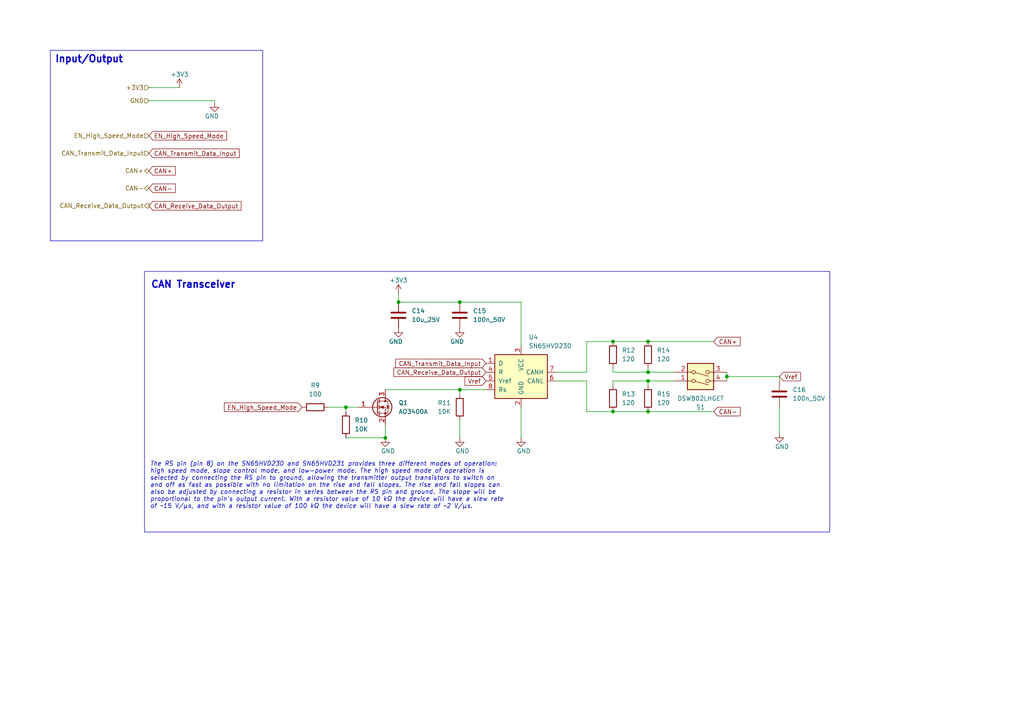
<source format=kicad_sch>
(kicad_sch (version 20231120) (generator "eeschema") (generator_version "8.0")
  (paper "A4")
  (lib_symbols
    (symbol "_C_0402:100n_50V" (pin_numbers hide) (pin_names (offset 0.254))
      (property "Reference" "C" (at 0.635 2.54 0))
      (property "Value" "100n_50V" (at 0.635 -2.54 0))
      (symbol "100n_50V_0_1"
        (polyline (pts (xy -2.032 -0.762) (xy 2.032 -0.762)) (stroke (width 0.508)))
        (polyline (pts (xy -2.032 0.762) (xy 2.032 0.762)) (stroke (width 0.508)))
      )
      (symbol "100n_50V_1_1"
        (pin passive line (at 0 3.81 270) (length 2.794) (name "~") (number "1"))
        (pin passive line (at 0 -3.81 90) (length 2.794) (name "~") (number "2"))
      )
    )
    (symbol "_C_0603:10u_25V" (pin_numbers hide) (pin_names (offset 0.254))
      (property "Reference" "C" (at 0.635 2.54 0))
      (property "Value" "10u_25V" (at 0.635 -2.54 0))
      (symbol "10u_25V_0_1"
        (polyline (pts (xy -2.032 -0.762) (xy 2.032 -0.762)) (stroke (width 0.508)))
        (polyline (pts (xy -2.032 0.762) (xy 2.032 0.762)) (stroke (width 0.508)))
      )
      (symbol "10u_25V_1_1"
        (pin passive line (at 0 3.81 270) (length 2.794) (name "~") (number "1"))
        (pin passive line (at 0 -3.81 90) (length 2.794) (name "~") (number "2"))
      )
    )
    (symbol "_Interface_CAN_LIN:SN65HVD230" (pin_names (offset 1.016))
      (property "Reference" "U" (at -2.54 10.16 0))
      (property "Value" "SN65HVD230" (at -2.54 7.62 0))
      (symbol "SN65HVD230_0_1"
        (rectangle (start -7.62 5.08) (end 7.62 -7.62) (stroke (width 0.254)) (fill (type background)))
      )
      (symbol "SN65HVD230_1_1"
        (pin input line (at -10.16 2.54 0) (length 2.54) (name "D") (number "1"))
        (pin power_in line (at 0 -10.16 90) (length 2.54) (name "GND") (number "2"))
        (pin power_in line (at 0 7.62 270) (length 2.54) (name "VCC") (number "3"))
        (pin output line (at -10.16 0 0) (length 2.54) (name "R") (number "4"))
        (pin output line (at -10.16 -2.54 0) (length 2.54) (name "Vref") (number "5"))
        (pin bidirectional line (at 10.16 -2.54 180) (length 2.54) (name "CANL") (number "6"))
        (pin bidirectional line (at 10.16 0 180) (length 2.54) (name "CANH") (number "7"))
        (pin input line (at -10.16 -5.08 0) (length 2.54) (name "Rs") (number "8"))
      )
    )
    (symbol "_R_0402:100" (pin_numbers hide) (pin_names (offset 0))
      (property "Reference" "R" (at 2.032 0 90))
      (property "Value" "100" (at 0 0 90))
      (symbol "100_0_1"
        (rectangle (start -1.016 -2.54) (end 1.016 2.54) (stroke (width 0.254)))
      )
      (symbol "100_1_1"
        (pin passive line (at 0 3.81 270) (length 1.27) (name "~") (number "1"))
        (pin passive line (at 0 -3.81 90) (length 1.27) (name "~") (number "2"))
      )
    )
    (symbol "_R_0402:10K" (pin_numbers hide) (pin_names (offset 0))
      (property "Reference" "R" (at 2.032 0 90))
      (property "Value" "10K" (at 0 0 90))
      (symbol "10K_0_1"
        (rectangle (start -1.016 -2.54) (end 1.016 2.54) (stroke (width 0.254)))
      )
      (symbol "10K_1_1"
        (pin passive line (at 0 3.81 270) (length 1.27) (name "~") (number "1"))
        (pin passive line (at 0 -3.81 90) (length 1.27) (name "~") (number "2"))
      )
    )
    (symbol "_R_0402:120" (pin_numbers hide) (pin_names (offset 0))
      (property "Reference" "R" (at 2.032 0 90))
      (property "Value" "120" (at 0 0 90))
      (symbol "120_0_1"
        (rectangle (start -1.016 -2.54) (end 1.016 2.54) (stroke (width 0.254)))
      )
      (symbol "120_1_1"
        (pin passive line (at 0 3.81 270) (length 1.27) (name "~") (number "1"))
        (pin passive line (at 0 -3.81 90) (length 1.27) (name "~") (number "2"))
      )
    )
    (symbol "_R_0603:10K" (pin_numbers hide) (pin_names (offset 0))
      (property "Reference" "R" (at 2.032 0 90))
      (property "Value" "10K" (at 0 0 90))
      (symbol "10K_0_1"
        (rectangle (start -1.016 -2.54) (end 1.016 2.54) (stroke (width 0.254)))
      )
      (symbol "10K_1_1"
        (pin passive line (at 0 3.81 270) (length 1.27) (name "~") (number "1"))
        (pin passive line (at 0 -3.81 90) (length 1.27) (name "~") (number "2"))
      )
    )
    (symbol "_Switch:DSWB02LHGET" (pin_names (offset 0) hide)
      (property "Reference" "S" (at 0 6.35 0))
      (property "Value" "DSWB02LHGET" (at 0 -3.81 0))
      (symbol "DSWB02LHGET_0_0"
        (circle (center -2.032 0) (radius 0.508))
        (circle (center -2.032 2.54) (radius 0.508))
        (polyline (pts (xy -1.524 0.127) (xy 2.3622 1.1684)))
        (polyline (pts (xy -1.524 2.667) (xy 2.3622 3.7084)))
        (circle (center 2.032 0) (radius 0.508))
        (circle (center 2.032 2.54) (radius 0.508))
      )
      (symbol "DSWB02LHGET_0_1"
        (rectangle (start -3.81 5.08) (end 3.81 -2.54) (stroke (width 0.254)) (fill (type background)))
      )
      (symbol "DSWB02LHGET_1_1"
        (pin passive line (at -7.62 2.54 0) (length 5.08) (name "~") (number "1"))
        (pin passive line (at -7.62 0 0) (length 5.08) (name "~") (number "2"))
        (pin passive line (at 7.62 0 180) (length 5.08) (name "~") (number "3"))
        (pin passive line (at 7.62 2.54 180) (length 5.08) (name "~") (number "4"))
      )
    )
    (symbol "_Transistor_FET:AO3400A" (pin_names hide)
      (property "Reference" "Q" (at 5.08 1.905 0))
      (property "Value" "AO3400A" (at 5.08 0 0))
      (symbol "AO3400A_0_1"
        (polyline (pts (xy 0.254 0) (xy -2.54 0)))
        (polyline (pts (xy 0.254 1.905) (xy 0.254 -1.905)) (stroke (width 0.254)))
        (polyline (pts (xy 0.762 -1.27) (xy 0.762 -2.286)) (stroke (width 0.254)))
        (polyline (pts (xy 0.762 0.508) (xy 0.762 -0.508)) (stroke (width 0.254)))
        (polyline (pts (xy 0.762 2.286) (xy 0.762 1.27)) (stroke (width 0.254)))
        (polyline (pts (xy 2.54 2.54) (xy 2.54 1.778)))
        (polyline (pts (xy 2.54 -2.54) (xy 2.54 0) (xy 0.762 0)))
        (polyline (pts (xy 0.762 -1.778) (xy 3.302 -1.778) (xy 3.302 1.778) (xy 0.762 1.778)))
        (polyline (pts (xy 1.016 0) (xy 2.032 0.381) (xy 2.032 -0.381) (xy 1.016 0)) (fill (type outline)))
        (polyline (pts (xy 2.794 0.508) (xy 2.921 0.381) (xy 3.683 0.381) (xy 3.81 0.254)))
        (polyline (pts (xy 3.302 0.381) (xy 2.921 -0.254) (xy 3.683 -0.254) (xy 3.302 0.381)))
        (circle (center 1.651 0) (radius 2.794) (stroke (width 0.254)))
        (circle (center 2.54 -1.778) (radius 0.254) (fill (type outline)))
        (circle (center 2.54 1.778) (radius 0.254) (fill (type outline)))
      )
      (symbol "AO3400A_1_1"
        (pin input line (at -5.08 0 0) (length 2.54) (name "G") (number "1"))
        (pin passive line (at 2.54 -5.08 90) (length 2.54) (name "S") (number "2"))
        (pin passive line (at 2.54 5.08 270) (length 2.54) (name "D") (number "3"))
      )
    )
    (symbol "power:+3V3" (power) (pin_names (offset 0))
      (property "Value" "+3V3" (at 0 3.556 0))
      (symbol "+3V3_0_1"
        (polyline (pts (xy -0.762 1.27) (xy 0 2.54)))
        (polyline (pts (xy 0 0) (xy 0 2.54)))
        (polyline (pts (xy 0 2.54) (xy 0.762 1.27)))
      )
      (symbol "+3V3_1_1"
        (pin power_in line (at 0 0 90) (length 0) hide (name "+3V3") (number "1"))
      )
    )
    (symbol "power:GND" (power) (pin_names (offset 0))
      (property "Value" "GND" (at 0 -3.81 0))
      (symbol "GND_0_1"
        (polyline (pts (xy 0 0) (xy 0 -1.27) (xy 1.27 -1.27) (xy 0 -2.54) (xy -1.27 -1.27) (xy 0 -1.27)))
      )
      (symbol "GND_1_1"
        (pin power_in line (at 0 0 270) (length 0) hide (name "GND") (number "1"))
      )
    )
  )
  (junction (at 187.96 119.38))
  (junction (at 187.96 110.49))
  (junction (at 133.35 113.03))
  (junction (at 187.96 107.95))
  (junction (at 115.57 87.63))
  (junction (at 187.96 99.06))
  (junction (at 177.8 99.06))
  (junction (at 111.76 127))
  (junction (at 133.35 87.63))
  (junction (at 177.8 119.38))
  (junction (at 100.33 118.11))
  (junction (at 210.82 109.22))
  (wire (pts (xy 210.82 107.95) (xy 210.82 109.22)))
  (wire (pts (xy 151.13 118.11) (xy 151.13 127)))
  (wire (pts (xy 133.35 113.03) (xy 133.35 114.3)))
  (wire (pts (xy 100.33 118.11) (xy 100.33 119.38)))
  (wire (pts (xy 177.8 99.06) (xy 187.96 99.06)))
  (wire (pts (xy 161.29 110.49) (xy 170.18 110.49)))
  (wire (pts (xy 111.76 123.19) (xy 111.76 127)))
  (wire (pts (xy 100.33 127) (xy 111.76 127)))
  (wire (pts (xy 133.35 113.03) (xy 140.97 113.03)))
  (wire (pts (xy 170.18 110.49) (xy 170.18 119.38)))
  (wire (pts (xy 62.23 29.21) (xy 62.23 29.845)))
  (wire (pts (xy 177.8 107.95) (xy 187.96 107.95)))
  (wire (pts (xy 115.57 85.09) (xy 115.57 87.63)))
  (wire (pts (xy 210.82 109.22) (xy 226.06 109.22)))
  (wire (pts (xy 226.06 109.22) (xy 226.06 110.49)))
  (wire (pts (xy 161.29 107.95) (xy 170.18 107.95)))
  (wire (pts (xy 177.8 110.49) (xy 177.8 111.76)))
  (wire (pts (xy 210.82 109.22) (xy 210.82 110.49)))
  (wire (pts (xy 177.8 119.38) (xy 187.96 119.38)))
  (wire (pts (xy 187.96 110.49) (xy 195.58 110.49)))
  (wire (pts (xy 133.35 127) (xy 133.35 121.92)))
  (wire (pts (xy 151.13 87.63) (xy 151.13 100.33)))
  (wire (pts (xy 177.8 106.68) (xy 177.8 107.95)))
  (wire (pts (xy 177.8 110.49) (xy 187.96 110.49)))
  (wire (pts (xy 43.18 29.21) (xy 62.23 29.21)))
  (wire (pts (xy 187.96 99.06) (xy 207.01 99.06)))
  (wire (pts (xy 133.35 113.03) (xy 111.76 113.03)))
  (wire (pts (xy 133.35 87.63) (xy 151.13 87.63)))
  (wire (pts (xy 170.18 119.38) (xy 177.8 119.38)))
  (wire (pts (xy 43.18 25.4) (xy 52.07 25.4)))
  (wire (pts (xy 104.14 118.11) (xy 100.33 118.11)))
  (wire (pts (xy 187.96 119.38) (xy 207.01 119.38)))
  (wire (pts (xy 170.18 107.95) (xy 170.18 99.06)))
  (wire (pts (xy 187.96 106.68) (xy 187.96 107.95)))
  (wire (pts (xy 170.18 99.06) (xy 177.8 99.06)))
  (wire (pts (xy 226.06 125.73) (xy 226.06 118.11)))
  (wire (pts (xy 187.96 107.95) (xy 195.58 107.95)))
  (wire (pts (xy 187.96 110.49) (xy 187.96 111.76)))
  (wire (pts (xy 95.25 118.11) (xy 100.33 118.11)))
  (wire (pts (xy 115.57 87.63) (xy 133.35 87.63)))
  (rectangle (start 14.605 14.605) (end 76.2 69.85))
  (rectangle (start 41.91 78.74) (end 240.665 154.305))
  (text_box "The RS pin (pin 8) on the SN65HVD230 and SN65HVD231 provides three different modes of operation: high speed mode, slope control mode, and low-power mode. The high speed mode of operation is selected by connecting the RS pin to ground, allowing the transmitter output transistors to switch on and off as fast as possible with no limitation on the rise and fall slopes. The rise and fall slopes can also be adjusted by connecting a resistor in series between the RS pin and ground. The slope will be proportional to the pin's output current. With a resistor value of 10 kΩ the device will have a slew rate of ~15 V/μs, and with a resistor value of 100 kΩ the device will have a slew rate of ~2 V/μs." (at 42.545 132.715 0) (size 106.045 18.288) (stroke (width -0.0001)) (effects (font (size 1.27 1.27) (italic yes)) (justify left top)))
  (text "CAN Transceiver" (at 43.688 83.82 0) (effects (font (size 2 2) (thickness 0.4) (bold yes)) (justify left bottom)))
  (text "Input/Output" (at 15.875 18.415 0) (effects (font (size 2 2) (thickness 0.4) (bold yes)) (justify left bottom)))
  (global_label "EN_High_Speed_Mode" (shape input) (at 87.63 118.11 180) (property "Intersheetrefs" "${INTERSHEET_REFS}" (effects (hide yes))))
  (global_label "CAN+" (shape input) (at 43.18 49.53 0) (property "Intersheetrefs" "${INTERSHEET_REFS}" (effects (hide yes))))
  (global_label "Vref" (shape input) (at 226.06 109.22 0) (property "Intersheetrefs" "${INTERSHEET_REFS}" (effects (hide yes))))
  (global_label "CAN-" (shape input) (at 207.01 119.38 0) (property "Intersheetrefs" "${INTERSHEET_REFS}" (effects (hide yes))))
  (global_label "CAN+" (shape input) (at 207.01 99.06 0) (property "Intersheetrefs" "${INTERSHEET_REFS}" (effects (hide yes))))
  (global_label "CAN_Transmit_Data_Input" (shape input) (at 43.18 44.45 0) (property "Intersheetrefs" "${INTERSHEET_REFS}" (effects (hide yes))))
  (global_label "CAN_Receive_Data_Output" (shape input) (at 43.18 59.69 0) (property "Intersheetrefs" "${INTERSHEET_REFS}" (effects (hide yes))))
  (global_label "Vref" (shape input) (at 140.97 110.49 180) (property "Intersheetrefs" "${INTERSHEET_REFS}" (effects (hide yes))))
  (global_label "CAN-" (shape input) (at 43.18 54.61 0) (property "Intersheetrefs" "${INTERSHEET_REFS}" (effects (hide yes))))
  (global_label "EN_High_Speed_Mode" (shape input) (at 43.18 39.37 0) (property "Intersheetrefs" "${INTERSHEET_REFS}" (effects (hide yes))))
  (global_label "CAN_Transmit_Data_Input" (shape input) (at 140.97 105.41 180) (property "Intersheetrefs" "${INTERSHEET_REFS}" (effects (hide yes))))
  (global_label "CAN_Receive_Data_Output" (shape input) (at 140.97 107.95 180) (property "Intersheetrefs" "${INTERSHEET_REFS}" (effects (hide yes))))
  (hierarchical_label "GND" (shape input) (at 43.18 29.21 180))
  (hierarchical_label "CAN+" (shape bidirectional) (at 43.18 49.53 180))
  (hierarchical_label "CAN-" (shape bidirectional) (at 43.18 54.61 180))
  (hierarchical_label "CAN_Transmit_Data_Input" (shape input) (at 43.18 44.45 180))
  (hierarchical_label "CAN_Receive_Data_Output" (shape output) (at 43.18 59.69 180))
  (hierarchical_label "+3V3" (shape input) (at 43.18 25.4 180))
  (hierarchical_label "EN_High_Speed_Mode" (shape input) (at 43.18 39.37 180))
  (symbol (lib_id "_C_0402:100n_50V") (at 133.35 91.44 180) (unit 1)
    (property "Reference" "C15" (at 137.16 90.1699 0) (effects (justify right)))
    (property "Value" "100n_50V" (at 137.16 92.7099 0) (effects (justify right)))
    (property "Footprint" "Capacitor_SMD:C_0402_1005Metric" (effects (hide yes)))
    (property "Datasheet" "https://product.samsungsem.com/mlcc/CL05B104KB54PN.do" (effects (hide yes)))
    (property "Description" "Capacitor 100nF 50V X7R 10% 0402" (effects (hide yes)))
    (property "MF" "Samsung Electro-Mechanics" (effects (hide yes)))
    (property "MPN" "CL05B104KB54PNC" (effects (hide yes)))
    (property "OC_LCSC" "C307331" (effects (hide yes)))
    (property "path_to_docs" "Passive_Components/Capacitors/MLCC/Samsung_Electro-Mechanics" (effects (hide yes)))
  )
  (symbol (lib_id "_R_0402:10K") (at 100.33 123.19 0) (unit 1)
    (property "Reference" "R10" (at 102.87 121.9199 0) (effects (justify left)))
    (property "Value" "10K" (at 102.87 124.4599 0) (effects (justify left)))
    (property "Footprint" "Resistor_SMD:R_0402_1005Metric" (effects (hide yes)))
    (property "Description" "Resistor 10K 1% 62.5mW 50V 0402" (effects (hide yes)))
    (property "MF" "UNI-ROYAL" (effects (hide yes)))
    (property "MPN" "0402WGF1002TCE" (effects (hide yes)))
    (property "OC_LCSC" "C25744" (effects (hide yes)))
    (property "path_to_docs" "Passive_Components/Resistors/UNI-ROYAL" (effects (hide yes)))
  )
  (symbol (lib_id "_R_0402:120") (at 187.96 115.57 0) (unit 1)
    (property "Reference" "R15" (at 190.5 114.2999 0) (effects (justify left)))
    (property "Value" "120" (at 190.5 116.8399 0) (effects (justify left)))
    (property "Footprint" "Resistor_SMD:R_0402_1005Metric" (effects (hide yes)))
    (property "Description" "Resistor 120 1% 62.5mW 50V 0402" (effects (hide yes)))
    (property "MF" "UNI-ROYAL" (effects (hide yes)))
    (property "MPN" "0402WGF1200TCE" (effects (hide yes)))
    (property "OC_LCSC" "C25079" (effects (hide yes)))
    (property "path_to_docs" "Passive_Components/Resistors/UNI-ROYAL" (effects (hide yes)))
  )
  (symbol (lib_id "_Switch:DSWB02LHGET") (at 203.2 107.95 0) (mirror x) (unit 1)
    (property "Reference" "S1" (at 203.2 118.11 0))
    (property "Value" "DSWB02LHGET" (at 203.2 115.57 0))
    (property "Footprint" "Robast:DSWB02LHGET" (effects (hide yes)))
    (property "Datasheet" "https://datasheet.lcsc.com/lcsc/2309061745_DongGuan-KINGTEK-Industrial-Co--LTD-DSWB02LHGET_C99421.pdf" (effects (hide yes)))
    (property "Description" "2Bit SPST Red Slide" (effects (hide yes)))
    (property "MF" "DongGuan KINGTEK Industrial Co.,LTD" (effects (hide yes)))
    (property "MPN" "DSWB02LHGET" (effects (hide yes)))
    (property "OC_LCSC" "C99421" (effects (hide yes)))
    (property "path_to_docs" "Electromechanical/Switches/Dip_Switches/DSWB02LHGET" (effects (hide yes)))
  )
  (symbol (lib_id "_C_0402:100n_50V") (at 226.06 114.3 0) (unit 1)
    (property "Reference" "C16" (at 229.87 113.0299 0) (effects (justify left)))
    (property "Value" "100n_50V" (at 229.87 115.5699 0) (effects (justify left)))
    (property "Footprint" "Capacitor_SMD:C_0402_1005Metric" (effects (hide yes)))
    (property "Datasheet" "https://product.samsungsem.com/mlcc/CL05B104KB54PN.do" (effects (hide yes)))
    (property "Description" "Capacitor 100nF 50V X7R 10% 0402" (effects (hide yes)))
    (property "MF" "Samsung Electro-Mechanics" (effects (hide yes)))
    (property "MPN" "CL05B104KB54PNC" (effects (hide yes)))
    (property "OC_LCSC" "C307331" (effects (hide yes)))
    (property "path_to_docs" "Passive_Components/Capacitors/MLCC/Samsung_Electro-Mechanics" (effects (hide yes)))
  )
  (symbol (lib_id "power:GND") (at 111.76 127 0) (unit 1)
    (property "Reference" "#PWR058" (effects (hide yes)))
    (property "Value" "GND" (at 110.49 130.81 0) (effects (justify left)))
    (property "Description" "Power symbol creates a global label with name \"GND\" , ground" (effects (hide yes)))
  )
  (symbol (lib_id "power:GND") (at 115.57 95.25 0) (mirror y) (unit 1)
    (property "Reference" "#PWR060" (effects (hide yes)))
    (property "Value" "GND" (at 116.84 99.06 0) (effects (justify left)))
    (property "Description" "Power symbol creates a global label with name \"GND\" , ground" (effects (hide yes)))
  )
  (symbol (lib_id "power:+3V3") (at 115.57 85.09 0) (unit 1)
    (property "Reference" "#PWR059" (effects (hide yes)))
    (property "Value" "+3V3" (at 115.57 81.28 0))
    (property "Description" "Power symbol creates a global label with name \"+3V3\"" (effects (hide yes)))
  )
  (symbol (lib_id "power:GND") (at 133.35 127 0) (unit 1)
    (property "Reference" "#PWR062" (effects (hide yes)))
    (property "Value" "GND" (at 132.08 130.81 0) (effects (justify left)))
    (property "Description" "Power symbol creates a global label with name \"GND\" , ground" (effects (hide yes)))
  )
  (symbol (lib_id "power:GND") (at 226.06 125.73 0) (unit 1)
    (property "Reference" "#PWR064" (effects (hide yes)))
    (property "Value" "GND" (at 224.79 129.54 0) (effects (justify left)))
    (property "Description" "Power symbol creates a global label with name \"GND\" , ground" (effects (hide yes)))
  )
  (symbol (lib_id "_R_0402:120") (at 177.8 115.57 0) (unit 1)
    (property "Reference" "R13" (at 180.34 114.2999 0) (effects (justify left)))
    (property "Value" "120" (at 180.34 116.8399 0) (effects (justify left)))
    (property "Footprint" "Resistor_SMD:R_0402_1005Metric" (effects (hide yes)))
    (property "Description" "Resistor 120 1% 62.5mW 50V 0402" (effects (hide yes)))
    (property "MF" "UNI-ROYAL" (effects (hide yes)))
    (property "MPN" "0402WGF1200TCE" (effects (hide yes)))
    (property "OC_LCSC" "C25079" (effects (hide yes)))
    (property "path_to_docs" "Passive_Components/Resistors/UNI-ROYAL" (effects (hide yes)))
  )
  (symbol (lib_id "power:GND") (at 133.35 95.25 0) (mirror y) (unit 1)
    (property "Reference" "#PWR061" (effects (hide yes)))
    (property "Value" "GND" (at 134.62 99.06 0) (effects (justify left)))
    (property "Description" "Power symbol creates a global label with name \"GND\" , ground" (effects (hide yes)))
  )
  (symbol (lib_id "_C_0603:10u_25V") (at 115.57 91.44 0) (unit 1)
    (property "Reference" "C14" (at 119.38 90.1699 0) (effects (justify left)))
    (property "Value" "10u_25V" (at 119.38 92.7099 0) (effects (justify left)))
    (property "Footprint" "Capacitor_SMD:C_0603_1608Metric" (effects (hide yes)))
    (property "Datasheet" "https://product.samsungsem.com/mlcc/CL10A106MA8NRN.do" (effects (hide yes)))
    (property "Description" "Capacitor 10uF 25V X5R 20% 0603" (effects (hide yes)))
    (property "MF" "Samsung Electro-Mechanics" (effects (hide yes)))
    (property "MPN" "CL10A106MA8NRNC" (effects (hide yes)))
    (property "OC_LCSC" "C96446" (effects (hide yes)))
    (property "path_to_docs" "Passive_Components/Capacitors/MLCC/Samsung_Electro-Mechanics" (effects (hide yes)))
  )
  (symbol (lib_id "_R_0402:120") (at 177.8 102.87 0) (unit 1)
    (property "Reference" "R12" (at 180.34 101.5999 0) (effects (justify left)))
    (property "Value" "120" (at 180.34 104.1399 0) (effects (justify left)))
    (property "Footprint" "Resistor_SMD:R_0402_1005Metric" (effects (hide yes)))
    (property "Description" "Resistor 120 1% 62.5mW 50V 0402" (effects (hide yes)))
    (property "MF" "UNI-ROYAL" (effects (hide yes)))
    (property "MPN" "0402WGF1200TCE" (effects (hide yes)))
    (property "OC_LCSC" "C25079" (effects (hide yes)))
    (property "path_to_docs" "Passive_Components/Resistors/UNI-ROYAL" (effects (hide yes)))
  )
  (symbol (lib_id "_Interface_CAN_LIN:SN65HVD230") (at 151.13 107.95 0) (unit 1)
    (property "Reference" "U4" (at 153.3241 97.79 0) (effects (justify left)))
    (property "Value" "SN65HVD230" (at 153.3241 100.33 0) (effects (justify left)))
    (property "Footprint" "Package_SO:SOIC-8_3.9x4.9mm_P1.27mm" (effects (hide yes)))
    (property "Datasheet" "http://www.ti.com/lit/ds/symlink/sn65hvd230.pdf" (effects (hide yes)))
    (property "Description" "CAN Bus Transceivers, 3.3V, 1Mbps, Low-Power capabilities, SOIC-8" (effects (hide yes)))
    (property "MF" "TI" (effects (hide yes)))
    (property "MPN" "SN65HVD230DR" (effects (hide yes)))
    (property "OC_LCSC" "C12084" (effects (hide yes)))
    (property "path_to_docs" "Semiconductors/Interface_ICs/CAN" (effects (hide yes)))
  )
  (symbol (lib_id "power:+3V3") (at 52.07 25.4 0) (unit 1)
    (property "Reference" "#PWR056" (effects (hide yes)))
    (property "Value" "+3V3" (at 52.07 21.59 0))
    (property "Description" "Power symbol creates a global label with name \"+3V3\"" (effects (hide yes)))
  )
  (symbol (lib_id "power:GND") (at 151.13 127 0) (unit 1)
    (property "Reference" "#PWR063" (effects (hide yes)))
    (property "Value" "GND" (at 149.86 130.81 0) (effects (justify left)))
    (property "Description" "Power symbol creates a global label with name \"GND\" , ground" (effects (hide yes)))
  )
  (symbol (lib_id "_R_0402:120") (at 187.96 102.87 0) (unit 1)
    (property "Reference" "R14" (at 190.5 101.5999 0) (effects (justify left)))
    (property "Value" "120" (at 190.5 104.1399 0) (effects (justify left)))
    (property "Footprint" "Resistor_SMD:R_0402_1005Metric" (effects (hide yes)))
    (property "Description" "Resistor 120 1% 62.5mW 50V 0402" (effects (hide yes)))
    (property "MF" "UNI-ROYAL" (effects (hide yes)))
    (property "MPN" "0402WGF1200TCE" (effects (hide yes)))
    (property "OC_LCSC" "C25079" (effects (hide yes)))
    (property "path_to_docs" "Passive_Components/Resistors/UNI-ROYAL" (effects (hide yes)))
  )
  (symbol (lib_id "power:GND") (at 62.23 29.845 0) (mirror y) (unit 1)
    (property "Reference" "#PWR057" (effects (hide yes)))
    (property "Value" "GND" (at 63.5 33.655 0) (effects (justify left)))
    (property "Description" "Power symbol creates a global label with name \"GND\" , ground" (effects (hide yes)))
  )
  (symbol (lib_id "_Transistor_FET:AO3400A") (at 109.22 118.11 0) (unit 1)
    (property "Reference" "Q1" (at 115.57 116.8399 0) (effects (justify left)))
    (property "Value" "AO3400A" (at 115.57 119.3799 0) (effects (justify left)))
    (property "Footprint" "Package_TO_SOT_SMD:SOT-23" (effects (hide yes)))
    (property "Datasheet" "https://datasheet.lcsc.com/lcsc/1811081213_Alpha---Omega-Semicon-AO3400A_C20917.pdf" (effects (hide yes)))
    (property "Description" "30V 5.7A 26.5mΩ@10V,5.7A 1.4W N Channel SOT-23-3L MOSFET" (effects (hide yes)))
    (property "MF" "Alpha & Omega Semicon" (effects (hide yes)))
    (property "MPN" "AO3400A" (effects (hide yes)))
    (property "OC_LCSC" "C20917" (effects (hide yes)))
    (property "path_to_docs" "Semiconductors/Discrete_Semiconductors/Transistors/MOSFETs/AO3400A" (effects (hide yes)))
  )
  (symbol (lib_id "_R_0603:10K") (at 133.35 118.11 0) (mirror x) (unit 1)
    (property "Reference" "R11" (at 130.81 116.8399 0) (effects (justify right)))
    (property "Value" "10K" (at 130.81 119.3799 0) (effects (justify right)))
    (property "Footprint" "Resistor_SMD:R_0603_1608Metric" (effects (hide yes)))
    (property "Description" "Resistor 10K 1% 100mW 75V 0603" (effects (hide yes)))
    (property "MF" "UNI-ROYAL" (effects (hide yes)))
    (property "MPN" "0603WAF1002T5E" (effects (hide yes)))
    (property "OC_LCSC" "C25804" (effects (hide yes)))
    (property "path_to_docs" "Passive_Components/Resistors/UNI-ROYAL" (effects (hide yes)))
  )
  (symbol (lib_id "_R_0402:100") (at 91.44 118.11 90) (unit 1)
    (property "Reference" "R9" (at 91.44 111.76 90))
    (property "Value" "100" (at 91.44 114.3 90))
    (property "Footprint" "Resistor_SMD:R_0402_1005Metric" (effects (hide yes)))
    (property "Description" "Resistor 100 1% 62.5mW 50V 0402" (effects (hide yes)))
    (property "MF" "UNI-ROYAL" (effects (hide yes)))
    (property "MPN" "0402WGF1000TCE" (effects (hide yes)))
    (property "OC_LCSC" "C25076" (effects (hide yes)))
    (property "path_to_docs" "Passive_Components/Resistors/UNI-ROYAL" (effects (hide yes)))
  )
)
</source>
